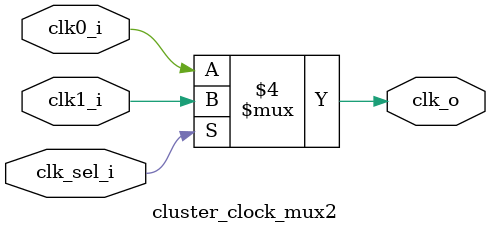
<source format=sv>
module cluster_clock_mux2
(
    input  logic clk0_i,
    input  logic clk1_i,
    input  logic clk_sel_i,
    output logic clk_o
  );

  always_comb
  begin
    if (clk_sel_i == 1'b0)
      clk_o = clk0_i;
    else
      clk_o = clk1_i;
  end

endmodule

</source>
